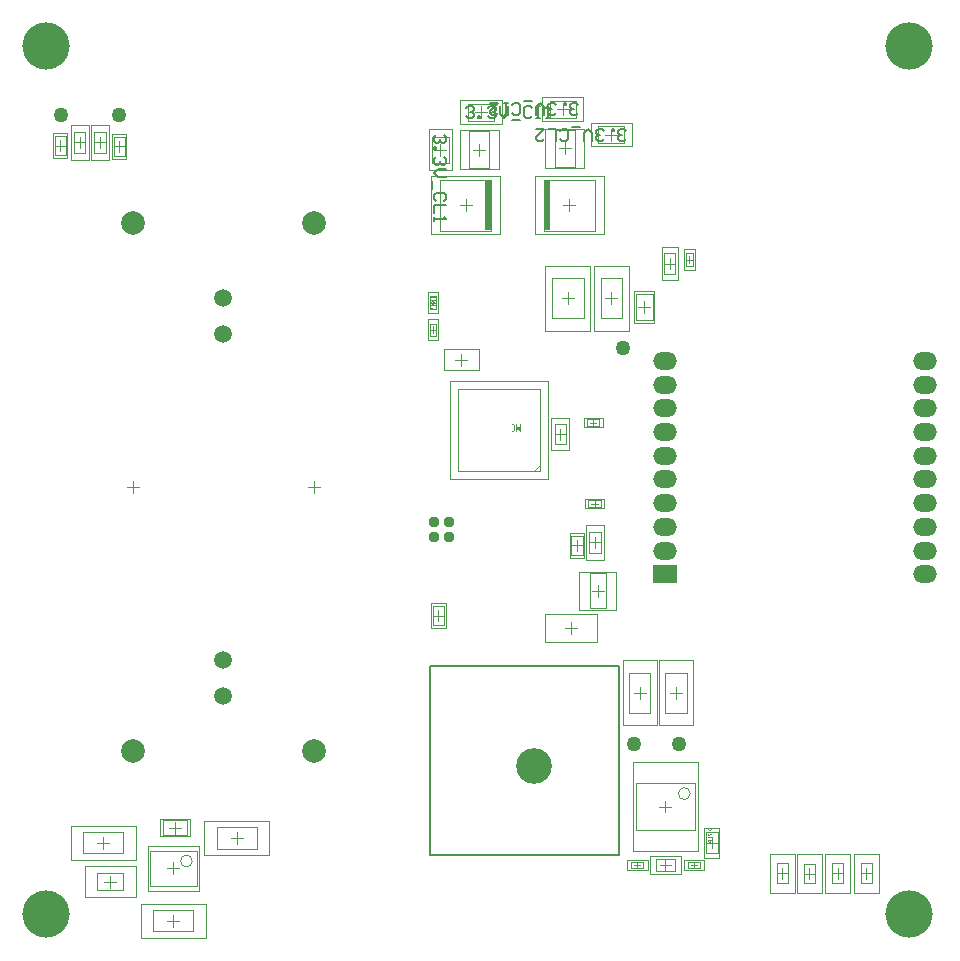
<source format=gbl>
G04*
G04 #@! TF.GenerationSoftware,Altium Limited,CircuitMaker,2.2.1 (2.2.1.6)*
G04*
G04 Layer_Physical_Order=7*
G04 Layer_Color=11436288*
%FSLAX42Y42*%
%MOMM*%
G71*
G04*
G04 #@! TF.SameCoordinates,594ED0CD-E859-4A23-B6EA-3589AB250A5C*
G04*
G04*
G04 #@! TF.FilePolarity,Positive*
G04*
G01*
G75*
%ADD10C,0.10*%
%ADD14C,0.81*%
%ADD17C,0.13*%
%ADD19C,0.05*%
%ADD20C,0.12*%
%ADD21C,0.18*%
%ADD22C,0.03*%
%ADD23R,0.58X4.31*%
%ADD119C,4.00*%
%ADD120O,2.03X1.52*%
%ADD121R,2.03X1.52*%
%ADD122C,2.00*%
%ADD123C,1.52*%
%ADD124C,3.02*%
%ADD125C,0.95*%
%ADD126C,1.27*%
G36*
X6122Y8037D02*
X6122Y8037D01*
Y8036D01*
X6122Y8036D01*
X6122Y8035D01*
X6122Y8035D01*
X6122Y8034D01*
X6122Y8034D01*
Y8034D01*
X6122Y8034D01*
X6122Y8034D01*
X6122Y8034D01*
X6122Y8033D01*
X6121Y8033D01*
X6121Y8033D01*
X6121Y8032D01*
X6120Y8032D01*
X6120Y8032D01*
X6120Y8032D01*
X6120Y8032D01*
X6120Y8032D01*
X6119Y8032D01*
X6119Y8032D01*
X6119Y8032D01*
X6118Y8032D01*
X6118D01*
X6118D01*
X6118D01*
X6118Y8032D01*
X6118D01*
X6117Y8032D01*
X6117Y8032D01*
X6117Y8032D01*
X6116Y8032D01*
X6116Y8032D01*
X6115Y8032D01*
X6115Y8033D01*
X6115Y8033D01*
X6115Y8033D01*
X6115Y8033D01*
X6115Y8033D01*
X6115Y8033D01*
X6115Y8033D01*
X6115Y8033D01*
X6114Y8034D01*
X6114Y8034D01*
X6114Y8034D01*
X6114Y8035D01*
X6114Y8035D01*
X6114Y8035D01*
X6114Y8036D01*
X6114Y8036D01*
X6114Y8036D01*
X6114Y8036D01*
X6114Y8036D01*
X6113Y8036D01*
X6113Y8035D01*
X6113Y8035D01*
X6113Y8035D01*
X6113Y8035D01*
X6113Y8035D01*
X6113Y8034D01*
X6112Y8034D01*
X6112Y8034D01*
X6112Y8034D01*
X6111Y8033D01*
X6111Y8033D01*
X6106Y8030D01*
Y8033D01*
X6110Y8035D01*
X6110D01*
X6110Y8035D01*
X6110Y8035D01*
X6110Y8035D01*
X6110Y8035D01*
X6111Y8036D01*
X6111Y8036D01*
X6111Y8036D01*
X6112Y8036D01*
X6112Y8037D01*
X6112Y8037D01*
X6112Y8037D01*
X6112Y8037D01*
X6112Y8037D01*
X6113Y8037D01*
X6113Y8037D01*
X6113Y8038D01*
X6113Y8038D01*
X6113Y8038D01*
X6113Y8038D01*
X6113Y8038D01*
X6113Y8038D01*
X6113Y8039D01*
Y8039D01*
X6113Y8039D01*
Y8039D01*
X6113Y8039D01*
Y8039D01*
X6114Y8039D01*
Y8042D01*
X6106D01*
Y8044D01*
X6122D01*
Y8037D01*
D02*
G37*
G36*
X6118Y8027D02*
X6118Y8027D01*
X6119Y8027D01*
X6119Y8027D01*
X6119Y8027D01*
X6119Y8027D01*
X6119Y8027D01*
X6119Y8026D01*
X6120Y8026D01*
X6120Y8025D01*
X6120Y8025D01*
X6120Y8025D01*
X6120Y8025D01*
X6121Y8024D01*
X6121Y8024D01*
X6121Y8024D01*
X6121Y8024D01*
X6122Y8023D01*
X6122Y8023D01*
X6123Y8023D01*
Y8022D01*
X6106D01*
Y8024D01*
X6119D01*
X6119Y8024D01*
X6119Y8024D01*
X6119Y8024D01*
X6119Y8024D01*
X6118Y8024D01*
X6118Y8025D01*
X6118Y8025D01*
X6118Y8025D01*
X6118Y8025D01*
X6117Y8026D01*
X6117Y8026D01*
X6117Y8026D01*
X6117Y8026D01*
X6117Y8027D01*
X6117Y8027D01*
X6117Y8027D01*
X6118D01*
Y8027D01*
D02*
G37*
G36*
X6103Y8005D02*
X6102D01*
Y8018D01*
X6103D01*
Y8005D01*
D02*
G37*
G36*
X6122Y7992D02*
X6121D01*
Y8001D01*
X6116D01*
Y7994D01*
X6114D01*
Y8001D01*
X6106D01*
Y8003D01*
X6122D01*
Y7992D01*
D02*
G37*
G36*
X6115Y7990D02*
X6115D01*
X6115Y7990D01*
X6115Y7990D01*
X6116Y7990D01*
X6116Y7990D01*
X6117Y7990D01*
X6118Y7990D01*
X6119Y7989D01*
X6119D01*
X6119Y7989D01*
X6119Y7989D01*
X6119Y7989D01*
X6119Y7989D01*
X6119Y7989D01*
X6120Y7988D01*
X6120Y7988D01*
X6121Y7988D01*
X6121Y7987D01*
X6122Y7986D01*
Y7986D01*
X6122Y7986D01*
X6122Y7986D01*
X6122Y7986D01*
X6122Y7986D01*
X6122Y7986D01*
X6122Y7985D01*
X6122Y7985D01*
X6122Y7985D01*
X6122Y7985D01*
X6123Y7984D01*
X6123Y7983D01*
X6123Y7982D01*
Y7982D01*
X6123Y7982D01*
Y7982D01*
X6123Y7981D01*
X6123Y7981D01*
X6122Y7980D01*
X6122Y7980D01*
X6122Y7979D01*
Y7979D01*
X6122Y7979D01*
X6122Y7979D01*
X6122Y7979D01*
X6122Y7979D01*
X6122Y7978D01*
X6121Y7978D01*
X6121Y7978D01*
X6121Y7977D01*
X6121Y7977D01*
X6121Y7977D01*
X6120Y7977D01*
X6120Y7977D01*
X6120Y7976D01*
X6119Y7976D01*
X6119Y7976D01*
X6119Y7976D01*
X6118Y7976D01*
X6117Y7978D01*
X6117D01*
X6117Y7978D01*
X6118Y7978D01*
X6118Y7978D01*
X6118Y7978D01*
X6118Y7978D01*
X6119Y7978D01*
X6119Y7978D01*
X6119Y7978D01*
X6119Y7978D01*
X6119Y7979D01*
X6120Y7979D01*
X6120Y7979D01*
X6120Y7979D01*
X6120Y7979D01*
X6120Y7980D01*
X6120Y7980D01*
X6121Y7980D01*
X6121Y7980D01*
X6121Y7980D01*
X6121Y7981D01*
X6121Y7981D01*
X6121Y7981D01*
X6121Y7982D01*
X6121Y7982D01*
Y7982D01*
X6121Y7983D01*
X6121Y7983D01*
X6121Y7983D01*
X6121Y7984D01*
X6121Y7984D01*
X6120Y7985D01*
X6120Y7985D01*
X6120Y7985D01*
X6120Y7985D01*
X6120Y7985D01*
X6120Y7986D01*
X6120Y7986D01*
X6120Y7986D01*
X6119Y7986D01*
X6119Y7986D01*
X6119Y7986D01*
X6119Y7987D01*
X6119Y7987D01*
X6119Y7987D01*
X6118Y7987D01*
X6118Y7987D01*
X6118Y7987D01*
X6118D01*
X6118Y7987D01*
X6118Y7987D01*
X6117Y7987D01*
X6117Y7988D01*
X6117Y7988D01*
X6117Y7988D01*
X6116Y7988D01*
X6116Y7988D01*
X6115Y7988D01*
X6114Y7988D01*
X6114D01*
X6114D01*
X6114D01*
X6114D01*
X6114Y7988D01*
X6114Y7988D01*
X6113Y7988D01*
X6113Y7988D01*
X6112Y7988D01*
X6111Y7987D01*
X6111Y7987D01*
X6111D01*
X6111Y7987D01*
X6111Y7987D01*
X6111Y7987D01*
X6110Y7987D01*
X6110Y7987D01*
X6110Y7986D01*
X6109Y7986D01*
X6109Y7986D01*
X6109Y7985D01*
Y7985D01*
X6109Y7985D01*
X6109Y7985D01*
X6109Y7985D01*
X6109Y7985D01*
X6108Y7985D01*
X6108Y7984D01*
X6108Y7984D01*
X6108Y7983D01*
X6108Y7983D01*
X6108Y7982D01*
Y7982D01*
X6108Y7982D01*
X6108Y7981D01*
X6108Y7981D01*
X6108Y7980D01*
X6108Y7980D01*
X6109Y7979D01*
Y7979D01*
X6109Y7979D01*
X6109Y7979D01*
X6109Y7979D01*
X6109Y7979D01*
X6109Y7978D01*
X6109Y7978D01*
X6109Y7978D01*
X6110Y7977D01*
X6113D01*
Y7982D01*
X6115D01*
Y7975D01*
X6109D01*
X6109Y7975D01*
X6109Y7975D01*
X6108Y7976D01*
X6108Y7976D01*
X6108Y7976D01*
X6108Y7976D01*
X6108Y7976D01*
X6108Y7977D01*
X6107Y7977D01*
X6107Y7978D01*
X6107Y7979D01*
Y7979D01*
X6107Y7979D01*
X6107Y7979D01*
X6107Y7979D01*
X6107Y7979D01*
X6107Y7979D01*
X6106Y7980D01*
X6106Y7980D01*
X6106Y7981D01*
X6106Y7981D01*
X6106Y7982D01*
Y7982D01*
X6106Y7982D01*
Y7983D01*
X6106Y7983D01*
X6106Y7983D01*
X6106Y7983D01*
X6106Y7984D01*
X6107Y7985D01*
X6107Y7986D01*
X6107Y7986D01*
Y7986D01*
X6107Y7986D01*
X6107Y7986D01*
X6107Y7987D01*
X6107Y7987D01*
X6108Y7987D01*
X6108Y7987D01*
X6108Y7988D01*
X6109Y7988D01*
X6109Y7989D01*
X6110Y7989D01*
X6110D01*
X6110Y7989D01*
X6110Y7989D01*
X6110Y7989D01*
X6111Y7989D01*
X6111Y7989D01*
X6111Y7990D01*
X6111Y7990D01*
X6112Y7990D01*
X6112Y7990D01*
X6113Y7990D01*
X6113Y7990D01*
X6114Y7990D01*
X6114D01*
X6114D01*
X6115D01*
X6115Y7990D01*
D02*
G37*
G36*
X6864Y6929D02*
X6856D01*
X6846Y6955D01*
X6835Y6929D01*
X6827D01*
Y7000D01*
X6836D01*
X6836Y6949D01*
X6836Y6949D01*
X6845Y6972D01*
X6847D01*
X6856Y6949D01*
X6856Y6949D01*
X6855Y7000D01*
X6864D01*
Y6929D01*
D02*
G37*
G36*
X6800Y7000D02*
X6801D01*
X6802Y7000D01*
X6803Y7000D01*
X6804Y6999D01*
X6806Y6999D01*
X6807Y6998D01*
X6808Y6998D01*
X6809Y6997D01*
X6810Y6996D01*
X6811Y6994D01*
X6812Y6993D01*
X6813Y6991D01*
Y6991D01*
X6814Y6991D01*
X6814Y6990D01*
X6814Y6990D01*
X6814Y6989D01*
X6815Y6987D01*
X6815Y6986D01*
X6816Y6985D01*
X6816Y6983D01*
X6817Y6981D01*
X6817Y6979D01*
X6817Y6976D01*
X6818Y6974D01*
X6818Y6971D01*
X6818Y6968D01*
X6818Y6965D01*
Y6965D01*
Y6964D01*
Y6963D01*
X6818Y6962D01*
Y6961D01*
X6818Y6959D01*
X6818Y6957D01*
X6818Y6955D01*
X6817Y6951D01*
X6816Y6946D01*
X6815Y6942D01*
X6814Y6940D01*
X6813Y6938D01*
X6813Y6938D01*
X6813Y6938D01*
X6813Y6937D01*
X6812Y6937D01*
X6811Y6935D01*
X6810Y6933D01*
X6808Y6931D01*
X6805Y6930D01*
X6804Y6929D01*
X6802Y6929D01*
X6801Y6928D01*
X6799Y6928D01*
X6798D01*
X6797Y6929D01*
X6796Y6929D01*
X6795Y6929D01*
X6793Y6930D01*
X6791Y6931D01*
X6789Y6932D01*
Y6941D01*
X6790Y6941D01*
X6790Y6940D01*
X6791Y6940D01*
X6792Y6939D01*
X6794Y6938D01*
X6795Y6938D01*
X6797Y6937D01*
X6799Y6937D01*
X6799D01*
X6799Y6937D01*
X6800Y6937D01*
X6802Y6938D01*
X6803Y6938D01*
X6804Y6939D01*
X6805Y6940D01*
X6805Y6941D01*
X6806Y6942D01*
X6806Y6943D01*
Y6943D01*
X6806Y6944D01*
X6807Y6944D01*
X6807Y6944D01*
X6807Y6945D01*
X6807Y6946D01*
X6807Y6947D01*
X6808Y6948D01*
X6808Y6950D01*
X6808Y6951D01*
X6808Y6953D01*
X6808Y6955D01*
X6808Y6957D01*
X6809Y6959D01*
X6809Y6962D01*
Y6964D01*
Y6965D01*
Y6965D01*
Y6966D01*
Y6967D01*
X6809Y6968D01*
Y6969D01*
X6808Y6971D01*
X6808Y6973D01*
X6808Y6976D01*
X6808Y6980D01*
X6807Y6981D01*
X6807Y6983D01*
X6807Y6984D01*
X6806Y6986D01*
Y6986D01*
X6806Y6986D01*
X6806Y6987D01*
X6805Y6988D01*
X6804Y6989D01*
X6803Y6990D01*
X6802Y6991D01*
X6800Y6992D01*
X6799Y6992D01*
X6798Y6992D01*
X6798D01*
X6797Y6992D01*
X6797Y6992D01*
X6795Y6991D01*
X6794Y6991D01*
X6792Y6990D01*
X6791Y6989D01*
X6790Y6988D01*
X6789Y6987D01*
Y6997D01*
X6789Y6997D01*
X6789Y6997D01*
X6790Y6998D01*
X6792Y6999D01*
X6793Y6999D01*
X6795Y7000D01*
X6797Y7000D01*
X6799Y7001D01*
X6800D01*
X6800Y7000D01*
D02*
G37*
G36*
X8474Y3585D02*
X8474Y3585D01*
X8474Y3584D01*
X8475Y3584D01*
X8475Y3584D01*
X8476Y3584D01*
X8476Y3584D01*
X8478Y3583D01*
X8479Y3582D01*
X8480Y3582D01*
X8480Y3581D01*
X8481Y3581D01*
X8481Y3580D01*
X8481Y3580D01*
X8482Y3580D01*
X8482Y3580D01*
X8482Y3579D01*
X8482Y3579D01*
X8482Y3579D01*
X8483Y3578D01*
X8483Y3578D01*
X8483Y3577D01*
X8483Y3576D01*
X8484Y3576D01*
X8484Y3575D01*
X8484Y3574D01*
X8484Y3573D01*
X8484Y3572D01*
X8484Y3571D01*
Y3571D01*
X8484Y3571D01*
Y3570D01*
X8484Y3570D01*
X8484Y3569D01*
X8484Y3568D01*
X8484Y3567D01*
X8483Y3566D01*
X8483Y3564D01*
X8482Y3564D01*
X8482Y3563D01*
X8482Y3563D01*
X8482Y3563D01*
X8482Y3563D01*
X8482Y3562D01*
X8481Y3562D01*
X8481Y3562D01*
X8481Y3562D01*
X8481Y3561D01*
X8480Y3561D01*
X8480Y3560D01*
X8479Y3560D01*
X8477Y3559D01*
X8476Y3558D01*
X8476D01*
X8476Y3558D01*
X8476Y3558D01*
X8475Y3558D01*
X8475Y3558D01*
X8474Y3558D01*
X8474Y3557D01*
X8473Y3557D01*
X8473Y3557D01*
X8472Y3557D01*
X8471Y3557D01*
X8469Y3556D01*
X8467Y3556D01*
X8467D01*
X8467D01*
X8467D01*
X8467Y3556D01*
X8466D01*
X8466Y3556D01*
X8465Y3557D01*
X8464Y3557D01*
X8463Y3557D01*
X8462Y3557D01*
X8460Y3558D01*
X8459Y3558D01*
X8459Y3558D01*
X8458Y3558D01*
X8458Y3558D01*
X8458Y3559D01*
X8458Y3559D01*
X8457Y3559D01*
X8457Y3560D01*
X8456Y3560D01*
X8455Y3561D01*
X8454Y3562D01*
X8453Y3564D01*
X8453Y3564D01*
X8453Y3564D01*
X8453Y3564D01*
X8453Y3564D01*
X8453Y3565D01*
X8452Y3565D01*
X8452Y3565D01*
X8452Y3566D01*
X8452Y3567D01*
X8452Y3567D01*
X8451Y3568D01*
X8451Y3570D01*
X8451Y3571D01*
Y3572D01*
X8451Y3572D01*
X8451Y3573D01*
X8451Y3573D01*
X8451Y3574D01*
X8451Y3574D01*
X8452Y3576D01*
X8452Y3577D01*
X8452Y3578D01*
X8453Y3578D01*
X8453Y3579D01*
X8454Y3580D01*
X8454Y3580D01*
X8454Y3580D01*
X8454Y3580D01*
X8454Y3580D01*
X8454Y3580D01*
X8455Y3581D01*
X8455Y3581D01*
X8455Y3581D01*
X8456Y3582D01*
X8456Y3582D01*
X8457Y3583D01*
X8457Y3583D01*
X8458Y3583D01*
X8459Y3584D01*
X8460Y3584D01*
X8460Y3584D01*
X8461Y3580D01*
X8461D01*
X8461Y3580D01*
X8461Y3580D01*
X8461Y3580D01*
X8461Y3580D01*
X8460Y3580D01*
X8459Y3579D01*
X8459Y3579D01*
X8458Y3578D01*
X8457Y3577D01*
X8456Y3577D01*
X8456Y3577D01*
X8456Y3576D01*
X8456Y3576D01*
X8455Y3575D01*
X8455Y3574D01*
X8455Y3574D01*
X8455Y3573D01*
X8455Y3571D01*
Y3571D01*
X8455Y3571D01*
Y3570D01*
X8455Y3570D01*
X8455Y3569D01*
X8455Y3568D01*
X8455Y3567D01*
X8456Y3566D01*
X8456Y3565D01*
Y3565D01*
X8457Y3565D01*
X8457Y3565D01*
X8457Y3564D01*
X8458Y3564D01*
X8458Y3563D01*
X8459Y3563D01*
X8460Y3562D01*
X8461Y3562D01*
X8461D01*
X8461Y3562D01*
X8462Y3562D01*
X8462Y3562D01*
X8462Y3561D01*
X8462Y3561D01*
X8463Y3561D01*
X8464Y3561D01*
X8465Y3561D01*
X8466Y3561D01*
X8467Y3561D01*
X8467D01*
X8468D01*
X8468D01*
X8468D01*
X8468Y3561D01*
X8469D01*
X8469Y3561D01*
X8470Y3561D01*
X8471Y3561D01*
X8472Y3561D01*
X8473Y3562D01*
X8474Y3562D01*
X8475D01*
X8475Y3562D01*
X8475Y3562D01*
X8475Y3562D01*
X8476Y3562D01*
X8476Y3563D01*
X8477Y3563D01*
X8478Y3564D01*
X8478Y3565D01*
X8479Y3566D01*
Y3566D01*
X8479Y3566D01*
X8479Y3566D01*
X8479Y3566D01*
X8479Y3566D01*
X8480Y3567D01*
X8480Y3567D01*
X8480Y3568D01*
X8480Y3569D01*
X8481Y3570D01*
X8481Y3571D01*
Y3571D01*
X8481Y3572D01*
Y3572D01*
X8480Y3572D01*
X8480Y3573D01*
X8480Y3574D01*
X8480Y3575D01*
X8479Y3576D01*
X8479Y3577D01*
X8479Y3577D01*
X8478Y3577D01*
X8478Y3577D01*
X8478Y3577D01*
X8478Y3577D01*
X8478Y3578D01*
X8478Y3578D01*
X8477Y3578D01*
X8477Y3578D01*
X8477Y3579D01*
X8476Y3579D01*
X8476Y3579D01*
X8475Y3580D01*
X8474Y3580D01*
X8474Y3580D01*
X8473Y3580D01*
X8472Y3580D01*
X8473Y3585D01*
X8474D01*
X8474Y3585D01*
D02*
G37*
G36*
X8492Y3529D02*
X8490D01*
Y3555D01*
X8492D01*
Y3529D01*
D02*
G37*
G36*
X8474Y3527D02*
X8474Y3527D01*
X8474Y3527D01*
X8475Y3527D01*
X8475Y3527D01*
X8477Y3527D01*
X8478Y3526D01*
X8478Y3526D01*
X8479Y3526D01*
X8480Y3525D01*
X8480Y3525D01*
X8480Y3525D01*
X8480Y3525D01*
X8481Y3525D01*
X8481Y3524D01*
X8481Y3524D01*
X8482Y3524D01*
X8482Y3523D01*
X8482Y3523D01*
X8483Y3522D01*
X8483Y3522D01*
X8483Y3521D01*
X8484Y3520D01*
X8484Y3519D01*
X8484Y3518D01*
X8484Y3518D01*
X8484Y3517D01*
Y3516D01*
X8484Y3516D01*
X8484Y3515D01*
X8484Y3515D01*
X8484Y3515D01*
X8484Y3514D01*
X8484Y3513D01*
X8483Y3512D01*
X8483Y3511D01*
X8483Y3510D01*
X8482Y3510D01*
X8482Y3509D01*
X8482Y3509D01*
X8482Y3509D01*
X8481Y3509D01*
X8481Y3509D01*
X8481Y3509D01*
X8481Y3509D01*
X8480Y3508D01*
X8480Y3508D01*
X8480Y3508D01*
X8479Y3507D01*
X8478Y3507D01*
X8477Y3507D01*
X8476Y3506D01*
X8475Y3506D01*
X8475Y3510D01*
X8475D01*
X8475D01*
X8475Y3510D01*
X8475Y3510D01*
X8476Y3511D01*
X8477Y3511D01*
X8477Y3511D01*
X8478Y3511D01*
X8479Y3512D01*
X8479Y3512D01*
X8479Y3513D01*
X8480Y3513D01*
X8480Y3513D01*
X8480Y3514D01*
X8480Y3514D01*
X8481Y3515D01*
X8481Y3516D01*
X8481Y3517D01*
Y3517D01*
X8481Y3517D01*
X8481Y3518D01*
X8481Y3518D01*
X8480Y3519D01*
X8480Y3520D01*
X8479Y3521D01*
X8479Y3521D01*
X8479Y3521D01*
X8479Y3521D01*
X8479Y3521D01*
X8479Y3522D01*
X8478Y3522D01*
X8478Y3522D01*
X8477Y3522D01*
X8476Y3523D01*
X8476Y3523D01*
X8474Y3523D01*
X8474Y3523D01*
X8473D01*
X8473D01*
X8473D01*
X8473D01*
X8473Y3523D01*
X8472D01*
X8472Y3523D01*
X8471Y3523D01*
X8470Y3523D01*
X8469Y3523D01*
X8469Y3522D01*
X8468Y3521D01*
X8468D01*
X8468Y3521D01*
X8468Y3521D01*
X8467Y3521D01*
X8467Y3520D01*
X8466Y3519D01*
X8466Y3519D01*
X8466Y3518D01*
X8466Y3517D01*
Y3516D01*
X8466Y3516D01*
X8466Y3515D01*
X8466Y3515D01*
X8466Y3514D01*
X8466Y3514D01*
X8467Y3513D01*
X8467Y3513D01*
X8467Y3513D01*
X8467Y3513D01*
X8467Y3512D01*
X8468Y3512D01*
X8468Y3511D01*
X8468Y3511D01*
X8469Y3511D01*
X8468Y3507D01*
X8452Y3510D01*
Y3526D01*
X8456D01*
Y3513D01*
X8464Y3511D01*
X8464Y3512D01*
X8464Y3512D01*
X8464Y3512D01*
X8464Y3512D01*
X8464Y3512D01*
X8464Y3513D01*
X8463Y3513D01*
X8463Y3514D01*
X8463Y3515D01*
X8462Y3516D01*
X8462Y3517D01*
Y3518D01*
X8462Y3518D01*
X8462Y3519D01*
X8463Y3519D01*
X8463Y3519D01*
X8463Y3520D01*
X8463Y3521D01*
X8463Y3522D01*
X8464Y3522D01*
X8464Y3523D01*
X8464Y3523D01*
X8465Y3524D01*
X8465Y3525D01*
X8465Y3525D01*
X8465Y3525D01*
X8466Y3525D01*
X8466Y3525D01*
X8466Y3525D01*
X8466Y3526D01*
X8467Y3526D01*
X8467Y3526D01*
X8468Y3526D01*
X8468Y3527D01*
X8469Y3527D01*
X8470Y3527D01*
X8470Y3527D01*
X8471Y3527D01*
X8472Y3527D01*
X8473Y3528D01*
X8473D01*
X8473D01*
X8473D01*
X8474Y3527D01*
D02*
G37*
G36*
X8475Y3502D02*
X8476Y3502D01*
X8476Y3502D01*
X8476Y3502D01*
X8477Y3502D01*
X8478Y3502D01*
X8479Y3502D01*
X8479Y3501D01*
X8480Y3501D01*
X8480Y3501D01*
X8481Y3500D01*
X8481Y3500D01*
X8481Y3499D01*
X8482Y3499D01*
X8482Y3499D01*
X8482Y3499D01*
X8482Y3499D01*
X8482Y3498D01*
X8482Y3498D01*
X8483Y3497D01*
X8483Y3497D01*
X8483Y3496D01*
X8484Y3496D01*
X8484Y3495D01*
X8484Y3494D01*
X8484Y3494D01*
X8484Y3493D01*
X8484Y3492D01*
Y3491D01*
X8484Y3491D01*
X8484Y3491D01*
X8484Y3490D01*
X8484Y3490D01*
X8484Y3489D01*
X8483Y3488D01*
X8483Y3487D01*
X8483Y3487D01*
X8483Y3486D01*
X8482Y3485D01*
X8482Y3485D01*
X8481Y3484D01*
X8481Y3484D01*
X8481Y3484D01*
X8481Y3484D01*
X8481Y3484D01*
X8481Y3484D01*
X8480Y3483D01*
X8480Y3483D01*
X8479Y3483D01*
X8479Y3483D01*
X8478Y3482D01*
X8477Y3482D01*
X8477Y3482D01*
X8476Y3482D01*
X8475Y3481D01*
X8474Y3481D01*
X8474D01*
X8474D01*
X8474D01*
X8474Y3481D01*
X8474D01*
X8473Y3481D01*
X8473Y3482D01*
X8472Y3482D01*
X8471Y3482D01*
X8470Y3482D01*
X8469Y3483D01*
X8469D01*
X8469Y3483D01*
X8469Y3483D01*
X8468Y3484D01*
X8468Y3484D01*
X8468Y3485D01*
X8467Y3486D01*
X8467Y3486D01*
X8466Y3487D01*
Y3487D01*
X8466Y3487D01*
X8466Y3487D01*
X8466Y3487D01*
X8466Y3487D01*
X8466Y3486D01*
X8465Y3485D01*
X8465Y3485D01*
X8464Y3484D01*
X8464Y3484D01*
X8464Y3484D01*
X8463Y3484D01*
X8463Y3483D01*
X8463Y3483D01*
X8462Y3483D01*
X8461Y3483D01*
X8461Y3483D01*
X8460Y3483D01*
X8460D01*
X8460D01*
X8459D01*
X8459Y3483D01*
X8459Y3483D01*
X8458Y3483D01*
X8458Y3483D01*
X8457Y3483D01*
X8456Y3484D01*
X8455Y3484D01*
X8455Y3484D01*
X8454Y3485D01*
X8454Y3485D01*
X8454Y3485D01*
X8454Y3485D01*
X8454Y3485D01*
X8454Y3486D01*
X8453Y3486D01*
X8453Y3486D01*
X8453Y3487D01*
X8453Y3487D01*
X8452Y3487D01*
X8452Y3488D01*
X8452Y3488D01*
X8452Y3489D01*
X8452Y3490D01*
X8452Y3491D01*
X8451Y3492D01*
Y3492D01*
X8452Y3493D01*
X8452Y3493D01*
X8452Y3493D01*
X8452Y3494D01*
X8452Y3494D01*
X8452Y3495D01*
X8452Y3496D01*
X8453Y3497D01*
X8453Y3498D01*
X8454Y3498D01*
X8454Y3499D01*
X8454Y3499D01*
X8454Y3499D01*
X8454Y3499D01*
X8454Y3499D01*
X8455Y3499D01*
X8455Y3499D01*
X8456Y3500D01*
X8456Y3500D01*
X8457Y3501D01*
X8459Y3501D01*
X8459Y3501D01*
X8460Y3501D01*
X8460D01*
X8460D01*
X8460D01*
X8461Y3501D01*
X8461Y3501D01*
X8462Y3501D01*
X8462Y3501D01*
X8463Y3500D01*
X8464Y3500D01*
X8464Y3500D01*
X8464Y3500D01*
X8464Y3499D01*
X8465Y3499D01*
X8465Y3499D01*
X8466Y3498D01*
X8466Y3497D01*
X8466Y3496D01*
Y3496D01*
X8466Y3497D01*
X8466Y3497D01*
X8466Y3497D01*
X8467Y3497D01*
X8467Y3498D01*
X8468Y3499D01*
X8468Y3500D01*
X8469Y3500D01*
X8469Y3501D01*
X8469D01*
X8469Y3501D01*
X8470Y3501D01*
X8470Y3501D01*
X8471Y3502D01*
X8472Y3502D01*
X8472Y3502D01*
X8473Y3502D01*
X8474Y3502D01*
X8475D01*
X8475D01*
X8475D01*
X8475Y3502D01*
D02*
G37*
G36*
X8476Y3473D02*
X8484D01*
Y3469D01*
X8476D01*
Y3455D01*
X8472D01*
X8452Y3470D01*
Y3473D01*
X8472D01*
Y3477D01*
X8476D01*
Y3473D01*
D02*
G37*
%LPC*%
G36*
X6121Y8042D02*
X6115D01*
Y8037D01*
X6115Y8037D01*
Y8037D01*
X6115Y8036D01*
X6115Y8036D01*
X6116Y8036D01*
X6116Y8035D01*
X6116Y8035D01*
X6116Y8035D01*
X6116Y8035D01*
X6116Y8035D01*
X6116Y8035D01*
X6116Y8035D01*
X6116Y8034D01*
X6117Y8034D01*
X6117Y8034D01*
X6117Y8034D01*
X6117Y8034D01*
X6117Y8034D01*
X6117Y8034D01*
X6117Y8034D01*
X6118Y8034D01*
X6118Y8034D01*
X6118D01*
X6118D01*
X6118D01*
X6118Y8034D01*
X6119Y8034D01*
X6119Y8034D01*
X6119Y8034D01*
X6120Y8034D01*
X6120Y8035D01*
X6120Y8035D01*
X6120Y8035D01*
X6120Y8035D01*
X6120Y8035D01*
X6120Y8036D01*
X6121Y8036D01*
X6121Y8037D01*
X6121Y8037D01*
Y8042D01*
D02*
G37*
G36*
X8460Y3497D02*
X8460D01*
X8460D01*
X8459D01*
X8459Y3497D01*
X8459Y3497D01*
X8458Y3497D01*
X8457Y3496D01*
X8457Y3496D01*
X8456Y3496D01*
X8456Y3496D01*
X8456Y3495D01*
X8456Y3495D01*
X8455Y3495D01*
X8455Y3494D01*
X8455Y3493D01*
X8455Y3493D01*
X8455Y3492D01*
Y3492D01*
X8455Y3491D01*
X8455Y3491D01*
X8455Y3490D01*
X8455Y3489D01*
X8456Y3489D01*
X8456Y3488D01*
X8456Y3488D01*
X8456Y3488D01*
X8457Y3488D01*
X8457Y3487D01*
X8458Y3487D01*
X8458Y3487D01*
X8459Y3487D01*
X8460Y3487D01*
X8460D01*
X8460D01*
X8460Y3487D01*
X8460Y3487D01*
X8461Y3487D01*
X8462Y3487D01*
X8462Y3487D01*
X8463Y3488D01*
X8463Y3488D01*
X8463Y3488D01*
X8464Y3488D01*
X8464Y3489D01*
X8464Y3489D01*
X8464Y3490D01*
X8465Y3490D01*
X8465Y3491D01*
X8465Y3492D01*
Y3492D01*
X8465Y3492D01*
X8465Y3493D01*
X8465Y3493D01*
X8464Y3494D01*
X8464Y3494D01*
X8464Y3495D01*
X8463Y3496D01*
X8463Y3496D01*
X8463Y3496D01*
X8463Y3496D01*
X8462Y3496D01*
X8462Y3497D01*
X8461Y3497D01*
X8461Y3497D01*
X8460Y3497D01*
D02*
G37*
G36*
X8475Y3498D02*
X8474D01*
X8474D01*
X8474D01*
X8474Y3498D01*
X8474Y3498D01*
X8473Y3498D01*
X8472Y3498D01*
X8471Y3498D01*
X8471Y3497D01*
X8470Y3497D01*
X8470Y3496D01*
X8470Y3496D01*
X8469Y3496D01*
X8469Y3495D01*
X8469Y3495D01*
X8468Y3494D01*
X8468Y3493D01*
X8468Y3492D01*
Y3491D01*
X8468Y3491D01*
X8468Y3491D01*
X8468Y3490D01*
X8468Y3489D01*
X8469Y3489D01*
X8469Y3488D01*
X8470Y3487D01*
X8470Y3487D01*
X8470Y3487D01*
X8471Y3487D01*
X8471Y3486D01*
X8472Y3486D01*
X8473Y3486D01*
X8473Y3485D01*
X8474Y3485D01*
X8474D01*
X8475D01*
X8475Y3485D01*
X8475Y3485D01*
X8476Y3486D01*
X8476Y3486D01*
X8477Y3486D01*
X8478Y3486D01*
X8478Y3486D01*
X8478Y3486D01*
X8478Y3486D01*
X8479Y3487D01*
X8479Y3487D01*
X8479Y3487D01*
X8480Y3488D01*
X8480Y3488D01*
X8480Y3489D01*
X8480Y3489D01*
X8480Y3489D01*
X8481Y3490D01*
X8481Y3490D01*
X8481Y3491D01*
X8481Y3491D01*
X8481Y3492D01*
Y3492D01*
X8481Y3492D01*
X8481Y3493D01*
X8481Y3494D01*
X8480Y3494D01*
X8480Y3495D01*
X8480Y3496D01*
X8479Y3497D01*
X8479Y3497D01*
X8479Y3497D01*
X8478Y3497D01*
X8478Y3497D01*
X8477Y3498D01*
X8476Y3498D01*
X8476Y3498D01*
X8475Y3498D01*
D02*
G37*
G36*
X8472Y3469D02*
X8458D01*
X8472Y3459D01*
Y3469D01*
D02*
G37*
%LPD*%
D10*
X6331Y6599D02*
X7031D01*
X6331D02*
Y7299D01*
X7031D01*
Y6599D02*
Y7299D01*
X6981Y6599D02*
X7031Y6649D01*
X3836Y3519D02*
X4036D01*
X3836D02*
Y3644D01*
X4036D01*
Y3519D02*
Y3644D01*
X3936Y3541D02*
Y3621D01*
X3896Y3581D02*
X3976D01*
X8420Y3328D02*
X8547D01*
Y3582D01*
X8420D02*
X8547D01*
X8420Y3328D02*
Y3582D01*
X4084Y3299D02*
G03*
X4084Y3299I-50J0D01*
G01*
X8300Y3870D02*
G03*
X8300Y3870I-50J0D01*
G01*
X4036Y3519D02*
Y3644D01*
X3836Y3519D02*
Y3644D01*
Y3519D02*
X4036D01*
X3836Y3644D02*
X4036D01*
X3754Y2704D02*
X4094D01*
X3754Y2884D02*
X4094D01*
Y2704D02*
Y2884D01*
X3754Y2704D02*
Y2884D01*
X3280Y3197D02*
X3500D01*
X3280Y3052D02*
X3500D01*
X3280D02*
Y3197D01*
X3500Y3052D02*
Y3197D01*
X3160Y3364D02*
X3500D01*
X3160Y3544D02*
X3500D01*
Y3364D02*
Y3544D01*
X3160Y3364D02*
Y3544D01*
X4290Y3583D02*
X4630D01*
X4290Y3403D02*
X4630D01*
X4290D02*
Y3583D01*
X4630Y3403D02*
Y3583D01*
X3724Y3089D02*
Y3388D01*
X4124Y3089D02*
Y3388D01*
X3724Y3089D02*
X4124D01*
X3724Y3388D02*
X4124D01*
X9744Y3279D02*
X9839D01*
X9744Y3114D02*
X9839D01*
Y3279D01*
X9744Y3114D02*
Y3279D01*
X9033D02*
X9128D01*
X9033Y3114D02*
X9128D01*
Y3279D01*
X9033Y3114D02*
Y3279D01*
X9503D02*
X9598D01*
X9503Y3114D02*
X9598D01*
Y3279D01*
X9503Y3114D02*
Y3279D01*
X9262Y3274D02*
X9357D01*
X9262Y3109D02*
X9357D01*
Y3274D01*
X9262Y3109D02*
Y3274D01*
X8532Y3368D02*
Y3543D01*
X8436Y3368D02*
Y3543D01*
X8532D01*
X8436Y3368D02*
X8532D01*
X8281Y3240D02*
X8381D01*
X8281Y3290D02*
X8381D01*
X8281Y3240D02*
Y3290D01*
X8381Y3240D02*
Y3290D01*
X8007Y3217D02*
Y3312D01*
X8172Y3217D02*
Y3312D01*
X8007D02*
X8172D01*
X8007Y3217D02*
X8172D01*
X7799Y3240D02*
X7899D01*
X7799Y3290D02*
X7899D01*
X7799Y3240D02*
Y3290D01*
X7899Y3240D02*
Y3290D01*
X6121Y5294D02*
Y5459D01*
X6216Y5294D02*
Y5459D01*
X6121Y5294D02*
X6216D01*
X6121Y5459D02*
X6216D01*
X2919Y9440D02*
X3014D01*
X2919Y9275D02*
X3014D01*
Y9440D01*
X2919Y9275D02*
Y9440D01*
X3084Y9295D02*
X3180D01*
X3084Y9470D02*
X3180D01*
X3084Y9295D02*
Y9470D01*
X3180Y9295D02*
Y9470D01*
X7446Y5909D02*
X7542D01*
X7446Y6084D02*
X7542D01*
X7446Y5909D02*
Y6084D01*
X7542Y5909D02*
Y6084D01*
X7294Y6054D02*
X7389D01*
X7294Y5889D02*
X7389D01*
Y6054D01*
X7294Y5889D02*
Y6054D01*
X7840Y3560D02*
Y3960D01*
X8340Y3560D02*
Y3960D01*
X7840Y3560D02*
X8340D01*
X7840Y3960D02*
X8340D01*
X3254Y9297D02*
X3350D01*
X3254Y9472D02*
X3350D01*
X3254Y9297D02*
Y9472D01*
X3350Y9297D02*
Y9472D01*
X3418Y9433D02*
X3513D01*
X3418Y9268D02*
X3513D01*
Y9433D01*
X3418Y9268D02*
Y9433D01*
X8266Y8338D02*
X8321D01*
X8266Y8443D02*
X8321D01*
X8266Y8338D02*
Y8443D01*
X8321Y8338D02*
Y8443D01*
X8175Y8268D02*
Y8443D01*
X8081Y8268D02*
Y8443D01*
X8175D01*
X8081Y8268D02*
X8175D01*
X7448Y5438D02*
X7588D01*
X7448Y5738D02*
X7588D01*
Y5438D02*
Y5738D01*
X7448Y5438D02*
Y5738D01*
X6094Y7850D02*
X6149D01*
X6094Y7745D02*
X6149D01*
Y7850D01*
X6094Y7745D02*
Y7850D01*
X8269Y4554D02*
Y4894D01*
X8089Y4554D02*
Y4894D01*
X8269D01*
X8089Y4554D02*
X8269D01*
X7964D02*
Y4894D01*
X7784Y4554D02*
Y4894D01*
X7964D01*
X7784Y4554D02*
X7964D01*
X7154Y9179D02*
X7324D01*
X7154Y9489D02*
X7324D01*
Y9179D02*
Y9489D01*
X7154Y9179D02*
Y9489D01*
X7543Y8235D02*
X7723D01*
X7543Y7894D02*
X7723D01*
Y8235D01*
X7543Y7894D02*
Y8235D01*
X7129Y7894D02*
Y8235D01*
X7399Y7894D02*
Y8235D01*
X7129Y7894D02*
X7399D01*
X7129Y8235D02*
X7399D01*
X7153Y6830D02*
X7248D01*
X7153Y6995D02*
X7248D01*
X7153Y6830D02*
Y6995D01*
X7248Y6830D02*
Y6995D01*
X7531Y6983D02*
Y7038D01*
X7426Y6983D02*
Y7038D01*
Y6983D02*
X7531D01*
X7426Y7038D02*
X7531D01*
X7439Y6297D02*
Y6352D01*
X7544Y6297D02*
Y6352D01*
X7439D02*
X7544D01*
X7439Y6297D02*
X7544D01*
X7062Y8636D02*
Y9067D01*
X7493Y8636D02*
Y9067D01*
X7062D02*
X7493D01*
X7062Y8636D02*
X7493D01*
X7840Y7878D02*
Y8098D01*
X7985Y7878D02*
Y8098D01*
X7840Y7878D02*
X7985D01*
X7840Y8098D02*
X7985D01*
X7331Y9592D02*
Y9737D01*
X7110Y9592D02*
Y9737D01*
Y9592D02*
X7331D01*
X7110Y9737D02*
X7331D01*
X7743Y9376D02*
Y9521D01*
X7522Y9376D02*
Y9521D01*
Y9376D02*
X7743D01*
X7522Y9521D02*
X7743D01*
X6417Y9567D02*
Y9712D01*
X6638Y9567D02*
Y9712D01*
X6417D02*
X6638D01*
X6417Y9567D02*
X6638D01*
X6616Y8636D02*
Y9067D01*
X6185Y8636D02*
Y9067D01*
Y8636D02*
X6616D01*
X6185Y9067D02*
X6616D01*
X6112Y9432D02*
X6257D01*
X6112Y9211D02*
X6257D01*
Y9432D01*
X6112Y9211D02*
Y9432D01*
X6600Y9167D02*
Y9477D01*
X6430Y9167D02*
Y9477D01*
Y9167D02*
X6600D01*
X6430Y9477D02*
X6600D01*
X5068Y6464D02*
X5168D01*
X5118Y6414D02*
Y6514D01*
X3531Y6464D02*
X3631D01*
X3581Y6414D02*
Y6514D01*
X3886Y3581D02*
X3986D01*
X3936Y3531D02*
Y3631D01*
X3924Y2744D02*
Y2844D01*
X3874Y2794D02*
X3974D01*
X3390Y3074D02*
Y3174D01*
X3340Y3124D02*
X3440D01*
X3330Y3404D02*
Y3504D01*
X3280Y3454D02*
X3380D01*
X4460Y3442D02*
Y3542D01*
X4410Y3492D02*
X4510D01*
X3874Y3238D02*
X3974D01*
X3924Y3189D02*
Y3288D01*
X9792Y3149D02*
Y3244D01*
X9744Y3196D02*
X9839D01*
X9081Y3149D02*
Y3244D01*
X9033Y3196D02*
X9128D01*
X9550Y3149D02*
Y3244D01*
X9503Y3196D02*
X9598D01*
X9309Y3144D02*
Y3239D01*
X9262Y3192D02*
X9357D01*
X8436Y3455D02*
X8532D01*
X8484Y3407D02*
Y3503D01*
X8547Y3328D02*
Y3582D01*
X8420Y3328D02*
Y3582D01*
X8547D01*
X8420Y3328D02*
X8547D01*
X8331Y3240D02*
Y3290D01*
X8306Y3265D02*
X8356D01*
X8042D02*
X8137D01*
X8090Y3217D02*
Y3312D01*
X7849Y3240D02*
Y3290D01*
X7824Y3265D02*
X7874D01*
X6121Y5376D02*
X6216D01*
X6169Y5329D02*
Y5424D01*
X2967Y9310D02*
Y9405D01*
X2919Y9357D02*
X3014D01*
X3132Y9335D02*
Y9431D01*
X3084Y9383D02*
X3180D01*
X7494Y5949D02*
Y6045D01*
X7446Y5997D02*
X7542D01*
X7342Y5924D02*
Y6019D01*
X7294Y5971D02*
X7389D01*
X8040Y3760D02*
X8140D01*
X8090Y3710D02*
Y3810D01*
X3302Y9336D02*
Y9432D01*
X3254Y9384D02*
X3350D01*
X3466Y9303D02*
Y9398D01*
X3418Y9351D02*
X3513D01*
X8293Y8363D02*
Y8418D01*
X8266Y8390D02*
X8321D01*
X8081Y8355D02*
X8175D01*
X8128Y8308D02*
Y8403D01*
X7518Y5538D02*
Y5638D01*
X7468Y5588D02*
X7568D01*
X6121Y7770D02*
Y7825D01*
X6094Y7798D02*
X6149D01*
X7290Y5221D02*
Y5321D01*
X7240Y5271D02*
X7340D01*
X8129Y4724D02*
X8229D01*
X8179Y4674D02*
Y4774D01*
X7824Y4724D02*
X7924D01*
X7874Y4674D02*
Y4774D01*
X7239Y9285D02*
Y9385D01*
X7189Y9335D02*
X7289D01*
X6313Y7544D02*
X6413D01*
X6363Y7494D02*
Y7594D01*
X7633Y8014D02*
Y8114D01*
X7583Y8064D02*
X7683D01*
X7214D02*
X7314D01*
X7264Y8014D02*
Y8114D01*
X7201Y6865D02*
Y6960D01*
X7153Y6913D02*
X7248D01*
X7451Y7010D02*
X7506D01*
X7479Y6983D02*
Y7038D01*
X7464Y6325D02*
X7519D01*
X7491Y6297D02*
Y6352D01*
X6985Y8607D02*
Y9097D01*
X7570Y8607D02*
Y9097D01*
X6985D02*
X7570D01*
X6985Y8607D02*
X7570D01*
X7227Y8852D02*
X7327D01*
X7277Y8802D02*
Y8902D01*
X7862Y7988D02*
X7962D01*
X7912Y7938D02*
Y8038D01*
X7170Y9665D02*
X7270D01*
X7220Y9615D02*
Y9715D01*
X7583Y9449D02*
X7683D01*
X7633Y9399D02*
Y9499D01*
X6478Y9639D02*
X6578D01*
X6528Y9589D02*
Y9689D01*
X6693Y8607D02*
Y9097D01*
X6108Y8607D02*
Y9097D01*
Y8607D02*
X6693D01*
X6108Y9097D02*
X6693D01*
X6351Y8852D02*
X6451D01*
X6401Y8802D02*
Y8902D01*
X6185Y9272D02*
Y9372D01*
X6135Y9322D02*
X6235D01*
X6465D02*
X6565D01*
X6515Y9272D02*
Y9372D01*
D14*
X7031Y4101D02*
G03*
X7031Y4101I-51J0D01*
G01*
D17*
X7694Y3352D02*
Y4952D01*
X6094Y3352D02*
X7694D01*
X6094D02*
Y4952D01*
X7694D01*
D19*
X6269Y6536D02*
X7094D01*
X6269D02*
Y7361D01*
X7094D01*
Y6536D02*
Y7361D01*
X7045Y9765D02*
X7395D01*
X7045Y9565D02*
X7395D01*
X7045D02*
Y9765D01*
X7395Y9565D02*
Y9765D01*
X7458Y9549D02*
X7808D01*
X7458Y9349D02*
X7808D01*
X7458D02*
Y9549D01*
X7808Y9349D02*
Y9549D01*
X6353Y9539D02*
X6703D01*
X6353Y9739D02*
X6703D01*
Y9539D02*
Y9739D01*
X6353Y9539D02*
Y9739D01*
X6085Y9147D02*
Y9497D01*
X6285Y9147D02*
Y9497D01*
X6085Y9147D02*
X6285D01*
X6085Y9497D02*
X6285D01*
X6138Y8026D02*
G03*
X6138Y8026I-17J0D01*
G01*
X4064Y3511D02*
Y3651D01*
X3809Y3511D02*
Y3651D01*
Y3511D02*
X4064D01*
X3809Y3651D02*
X4064D01*
X3649Y2649D02*
X4199D01*
X3649Y2939D02*
X4199D01*
Y2649D02*
Y2939D01*
X3649Y2649D02*
Y2939D01*
X3175Y3254D02*
X3605D01*
X3175Y2994D02*
X3605D01*
X3175D02*
Y3254D01*
X3605Y2994D02*
Y3254D01*
X3055Y3309D02*
X3605D01*
X3055Y3599D02*
X3605D01*
Y3309D02*
Y3599D01*
X3055Y3309D02*
Y3599D01*
X4185Y3638D02*
X4735D01*
X4185Y3347D02*
X4735D01*
X4185D02*
Y3638D01*
X4735Y3347D02*
Y3638D01*
X3709Y3049D02*
Y3428D01*
X4139Y3049D02*
Y3428D01*
X3709Y3049D02*
X4139D01*
X3709Y3428D02*
X4139D01*
X9687Y3361D02*
X9897D01*
X9687Y3031D02*
X9897D01*
Y3361D01*
X9687Y3031D02*
Y3361D01*
X8975D02*
X9186D01*
X8975Y3031D02*
X9186D01*
Y3361D01*
X8975Y3031D02*
Y3361D01*
X9445D02*
X9655D01*
X9445Y3031D02*
X9655D01*
Y3361D01*
X9445Y3031D02*
Y3361D01*
X9204Y3357D02*
X9414D01*
X9204Y3027D02*
X9414D01*
Y3357D01*
X9204Y3027D02*
Y3357D01*
X8246Y3305D02*
X8421D01*
X8246Y3225D02*
X8421D01*
X8246D02*
Y3305D01*
X8421Y3225D02*
Y3305D01*
X7960Y3190D02*
Y3340D01*
X8220Y3190D02*
Y3340D01*
X7960D02*
X8220D01*
X7960Y3190D02*
X8220D01*
X7764Y3305D02*
X7939D01*
X7764Y3225D02*
X7939D01*
X7764D02*
Y3305D01*
X7939Y3225D02*
Y3305D01*
X6109Y5271D02*
Y5481D01*
X6229Y5271D02*
Y5481D01*
X6109Y5271D02*
X6229D01*
X6109Y5481D02*
X6229D01*
X2907Y9462D02*
X3027D01*
X2907Y9252D02*
X3027D01*
Y9462D01*
X2907Y9252D02*
Y9462D01*
X3057Y9233D02*
X3207D01*
X3057Y9533D02*
X3207D01*
X3057Y9233D02*
Y9533D01*
X3207Y9233D02*
Y9533D01*
X7419Y5847D02*
X7569D01*
X7419Y6147D02*
X7569D01*
X7419Y5847D02*
Y6147D01*
X7569Y5847D02*
Y6147D01*
X7282Y6076D02*
X7402D01*
X7282Y5866D02*
X7402D01*
Y6076D01*
X7282Y5866D02*
Y6076D01*
X7815Y3385D02*
Y4135D01*
X8365Y3385D02*
Y4135D01*
X7815Y3385D02*
X8365D01*
X7815Y4135D02*
X8365D01*
X3227Y9234D02*
X3377D01*
X3227Y9534D02*
X3377D01*
X3227Y9234D02*
Y9534D01*
X3377Y9234D02*
Y9534D01*
X3406Y9456D02*
X3526D01*
X3406Y9246D02*
X3526D01*
Y9456D01*
X3406Y9246D02*
Y9456D01*
X8248Y8300D02*
X8338D01*
X8248Y8480D02*
X8338D01*
X8248Y8300D02*
Y8480D01*
X8338Y8300D02*
Y8480D01*
X8058Y8215D02*
X8198D01*
X8058D02*
Y8495D01*
X8198Y8215D02*
Y8495D01*
X8058D02*
X8198D01*
X7361Y5428D02*
X7676D01*
X7361Y5748D02*
X7676D01*
Y5428D02*
Y5748D01*
X7361Y5428D02*
Y5748D01*
X6076Y7888D02*
X6166D01*
X6076Y7708D02*
X6166D01*
Y7888D01*
X6076Y7708D02*
Y7888D01*
X6077Y8116D02*
X6165D01*
Y7936D02*
Y8116D01*
X6077Y7936D02*
X6165D01*
X6077D02*
Y8116D01*
X6121Y8004D02*
Y8048D01*
X6099Y8026D02*
X6143D01*
X7072Y5151D02*
Y5390D01*
Y5390D02*
X7507D01*
X7072Y5151D02*
X7507D01*
X7507Y5151D02*
Y5390D01*
X8324Y4449D02*
Y4999D01*
X8034Y4449D02*
Y4999D01*
X8324D01*
X8034Y4449D02*
X8324D01*
X8019D02*
Y4999D01*
X7729Y4449D02*
Y4999D01*
X8019D01*
X7729Y4449D02*
X8019D01*
X7074Y9169D02*
X7404D01*
X7074Y9500D02*
X7404D01*
Y9169D02*
Y9500D01*
X7074Y9169D02*
Y9500D01*
X6513Y7454D02*
Y7634D01*
X6213Y7454D02*
Y7634D01*
Y7454D02*
X6513D01*
X6213Y7634D02*
X6513D01*
X7488Y8339D02*
X7778D01*
X7488Y7789D02*
X7778D01*
Y8339D01*
X7488Y7789D02*
Y8339D01*
X7074Y7789D02*
Y8339D01*
X7454Y7789D02*
Y8339D01*
X7074Y7789D02*
X7454D01*
X7074Y8339D02*
X7454D01*
X7123Y6778D02*
X7278D01*
X7123Y7048D02*
X7278D01*
X7123Y6778D02*
Y7048D01*
X7278Y6778D02*
Y7048D01*
X7558Y6970D02*
Y7050D01*
X7399Y6970D02*
Y7050D01*
Y6970D02*
X7558D01*
X7399Y7050D02*
X7558D01*
X7411Y6285D02*
Y6365D01*
X7571Y6285D02*
Y6365D01*
X7411D02*
X7571D01*
X7411Y6285D02*
X7571D01*
X7827Y7853D02*
Y8123D01*
X7997Y7853D02*
Y8123D01*
X7827Y7853D02*
X7997D01*
X7827Y8123D02*
X7997D01*
X7395Y9565D02*
Y9765D01*
X7045Y9565D02*
Y9765D01*
Y9565D02*
X7395D01*
X7045Y9765D02*
X7395D01*
X7808Y9349D02*
Y9549D01*
X7458Y9349D02*
Y9549D01*
Y9349D02*
X7808D01*
X7458Y9549D02*
X7808D01*
X6353Y9539D02*
Y9739D01*
X6703Y9539D02*
Y9739D01*
X6353D02*
X6703D01*
X6353Y9539D02*
X6703D01*
X6085Y9497D02*
X6285D01*
X6085Y9147D02*
X6285D01*
Y9497D01*
X6085Y9147D02*
Y9497D01*
X6680Y9157D02*
Y9487D01*
X6350Y9157D02*
Y9487D01*
Y9157D02*
X6680D01*
X6350Y9487D02*
X6680D01*
D20*
X6093Y8079D02*
X6149D01*
Y7973D02*
Y8079D01*
X6093Y7973D02*
X6149D01*
X6093D02*
Y8079D01*
D21*
X7347Y9631D02*
X7330Y9614D01*
X7296D01*
X7279Y9631D01*
Y9648D01*
X7296Y9665D01*
X7313D01*
X7296D01*
X7279Y9682D01*
Y9699D01*
X7296Y9715D01*
X7330D01*
X7347Y9699D01*
X7245Y9715D02*
Y9699D01*
X7229D01*
Y9715D01*
X7245D01*
X7161Y9631D02*
X7144Y9614D01*
X7110D01*
X7093Y9631D01*
Y9648D01*
X7110Y9665D01*
X7127D01*
X7110D01*
X7093Y9682D01*
Y9699D01*
X7110Y9715D01*
X7144D01*
X7161Y9699D01*
X7059Y9614D02*
Y9682D01*
X7025Y9715D01*
X6992Y9682D01*
Y9614D01*
X6958Y9732D02*
X6890D01*
X6788Y9631D02*
X6805Y9614D01*
X6839D01*
X6856Y9631D01*
Y9699D01*
X6839Y9715D01*
X6805D01*
X6788Y9699D01*
X6755Y9614D02*
X6721D01*
X6738D01*
Y9715D01*
X6755D01*
X6721D01*
X6602D02*
X6670D01*
X6602Y9648D01*
Y9631D01*
X6619Y9614D01*
X6653D01*
X6670Y9631D01*
X7760Y9415D02*
X7743Y9398D01*
X7709D01*
X7692Y9415D01*
Y9432D01*
X7709Y9449D01*
X7726D01*
X7709D01*
X7692Y9466D01*
Y9483D01*
X7709Y9500D01*
X7743D01*
X7760Y9483D01*
X7658Y9500D02*
Y9483D01*
X7641D01*
Y9500D01*
X7658D01*
X7573Y9415D02*
X7557Y9398D01*
X7523D01*
X7506Y9415D01*
Y9432D01*
X7523Y9449D01*
X7540D01*
X7523D01*
X7506Y9466D01*
Y9483D01*
X7523Y9500D01*
X7557D01*
X7573Y9483D01*
X7472Y9398D02*
Y9466D01*
X7438Y9500D01*
X7404Y9466D01*
Y9398D01*
X7370Y9517D02*
X7303D01*
X7201Y9415D02*
X7218Y9398D01*
X7252D01*
X7269Y9415D01*
Y9483D01*
X7252Y9500D01*
X7218D01*
X7201Y9483D01*
X7167Y9398D02*
Y9500D01*
X7100D01*
X6998D02*
X7066D01*
X6998Y9432D01*
Y9415D01*
X7015Y9398D01*
X7049D01*
X7066Y9415D01*
X6401Y9673D02*
X6418Y9690D01*
X6452D01*
X6469Y9673D01*
Y9656D01*
X6452Y9639D01*
X6435D01*
X6452D01*
X6469Y9622D01*
Y9605D01*
X6452Y9589D01*
X6418D01*
X6401Y9605D01*
X6502Y9589D02*
Y9605D01*
X6519D01*
Y9589D01*
X6502D01*
X6587Y9673D02*
X6604Y9690D01*
X6638D01*
X6655Y9673D01*
Y9656D01*
X6638Y9639D01*
X6621D01*
X6638D01*
X6655Y9622D01*
Y9605D01*
X6638Y9589D01*
X6604D01*
X6587Y9605D01*
X6689Y9690D02*
Y9622D01*
X6722Y9589D01*
X6756Y9622D01*
Y9690D01*
X6790Y9572D02*
X6858D01*
X6959Y9673D02*
X6942Y9690D01*
X6909D01*
X6892Y9673D01*
Y9605D01*
X6909Y9589D01*
X6942D01*
X6959Y9605D01*
X6993Y9690D02*
X7027D01*
X7010D01*
Y9589D01*
X6993D01*
X7027D01*
X7078D02*
X7112D01*
X7095D01*
Y9690D01*
X7078Y9673D01*
X6219Y9449D02*
X6236Y9432D01*
Y9398D01*
X6219Y9381D01*
X6202D01*
X6185Y9398D01*
Y9415D01*
Y9398D01*
X6168Y9381D01*
X6151D01*
X6134Y9398D01*
Y9432D01*
X6151Y9449D01*
X6134Y9347D02*
X6151D01*
Y9330D01*
X6134D01*
Y9347D01*
X6219Y9263D02*
X6236Y9246D01*
Y9212D01*
X6219Y9195D01*
X6202D01*
X6185Y9212D01*
Y9229D01*
Y9212D01*
X6168Y9195D01*
X6151D01*
X6134Y9212D01*
Y9246D01*
X6151Y9263D01*
X6236Y9161D02*
X6168D01*
X6134Y9127D01*
X6168Y9093D01*
X6236D01*
X6117Y9059D02*
Y8992D01*
X6219Y8890D02*
X6236Y8907D01*
Y8941D01*
X6219Y8958D01*
X6151D01*
X6134Y8941D01*
Y8907D01*
X6151Y8890D01*
X6236Y8856D02*
X6134D01*
Y8789D01*
Y8755D02*
Y8721D01*
Y8738D01*
X6236D01*
X6219Y8755D01*
D22*
X6096Y8076D02*
X6146D01*
Y7976D02*
Y8076D01*
X6096Y7976D02*
X6146D01*
X6096D02*
Y8076D01*
Y8046D02*
X6146D01*
X6096D02*
Y8076D01*
X6146D01*
Y8046D02*
Y8076D01*
X6096Y8006D02*
X6146D01*
Y7976D02*
Y8006D01*
X6096Y7976D02*
X6146D01*
X6096D02*
Y8006D01*
D23*
X7091Y8852D02*
D03*
X6587Y8852D02*
D03*
D119*
X10150Y2850D02*
D03*
Y10200D02*
D03*
X2850Y2850D02*
D03*
Y10200D02*
D03*
D120*
X10287Y7534D02*
D03*
Y7333D02*
D03*
Y7132D02*
D03*
Y6932D02*
D03*
Y6731D02*
D03*
Y6530D02*
D03*
Y6330D02*
D03*
Y6129D02*
D03*
Y5928D02*
D03*
Y5728D02*
D03*
X8087Y5928D02*
D03*
Y6129D02*
D03*
Y6330D02*
D03*
Y6530D02*
D03*
Y6731D02*
D03*
Y6932D02*
D03*
Y7132D02*
D03*
Y7333D02*
D03*
Y7534D02*
D03*
D121*
Y5728D02*
D03*
D122*
X5118Y4229D02*
D03*
Y8699D02*
D03*
X3581Y4229D02*
D03*
Y8699D02*
D03*
D123*
X4343Y5004D02*
D03*
Y4699D02*
D03*
Y8064D02*
D03*
Y7760D02*
D03*
D124*
X6980Y4101D02*
D03*
D125*
X6134Y6172D02*
D03*
Y6045D02*
D03*
X6261D02*
D03*
Y6172D02*
D03*
D126*
X8204Y4293D02*
D03*
X7823D02*
D03*
X3466Y9617D02*
D03*
X2970D02*
D03*
X7734Y7645D02*
D03*
M02*

</source>
